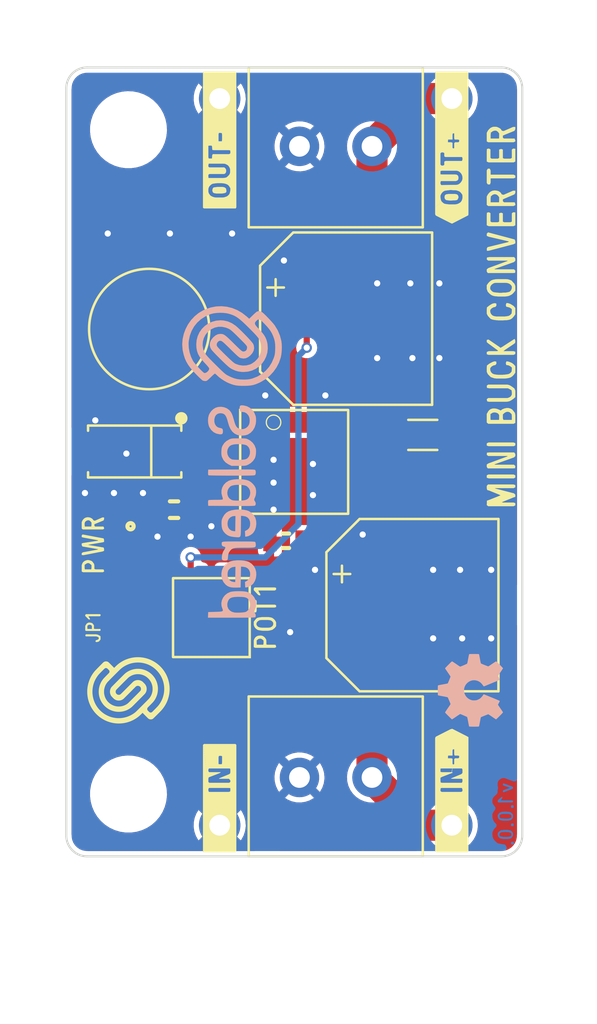
<source format=kicad_pcb>
(kicad_pcb (version 20210126) (generator pcbnew)
  (layers (0 "F.Cu" mixed) (31 "B.Cu" signal) (34 "B.Paste" user) (35 "F.Paste" user) (36 "B.SilkS" user "B.Silkscreen") (37 "F.SilkS" user "F.Silkscreen") (38 "B.Mask" user) (39 "F.Mask" user) (44 "Edge.Cuts" user))
  (net 0 "")
  (net 1 "GND")
  (net 2 "VIN")
  (net 3 "Net-(C2-Pad2)")
  (net 4 "VOUT")
  (net 5 "Net-(D1-Pad2)")
  (net 6 "Net-(R1-Pad2)")
  (net 7 "Net-(R2-Pad2)")
  (net 9 "Net-(D2-Pad1)")
  (net 10 "Net-(JP1-Pad2)")
  (footprint "Soldered Graphics:Logo-Back-OSH-3.5mm" (layer "F.Cu") (at 109.5 132 90)
    (fp_text reference "G***" hide)
    (fp_text value "LOGO" hide)
  )
  (footprint "e-radionica.com footprinti:HEADER_MALE_1X1" (layer "F.Cu") (at 97.4 138.5)
    (fp_text reference "K4")
    (fp_text value "HEADER_MALE_1X1")
    (pad "1" thru_hole circle (at 0 0) (size 2 2) (drill 1) (layers *.Cu *.Mask) (net 1 "GND"))
  )
  (footprint "e-radionica.com footprinti:CMLF0504-330KTT" (layer "F.Cu") (at 94 114.6 90)
    (fp_text reference "L1")
    (fp_text value "CMLF0504-330KTT")
    (pad "1" smd rect (at -2 0 180) (size 5.5 2.5) (layers "F.Cu" "F.Paste" "F.Mask") (net 5 "Net-(D1-Pad2)"))
    (pad "2" smd rect (at 2 0 180) (size 5.5 2.5) (layers "F.Cu" "F.Paste" "F.Mask") (net 4 "VOUT"))
  )
  (footprint "buzzardLabel" (layer "F.Cu") (at 91.3 129 90)
    (fp_text reference "" (at 0 0 90) (layer "F.SilkS") (effects (font (size 1.27 1.27))))
    (fp_text value "" (at 0 0 90) (layer "F.SilkS") (effects (font (size 1.27 1.27))))
  )
  (footprint "e-radionica.com footprinti:ELECTROLITIC_CAP_8x8x14.5" (layer "F.Cu") (at 103.5 114.1)
    (fp_text reference "C3")
    (fp_text value "VKMD1451K101MV")
    (pad "1" smd rect (at -3.3 0 90) (size 1.2 3.4) (layers "F.Cu" "F.Paste" "F.Mask") (net 4 "VOUT"))
    (pad "2" smd rect (at 3.3 0 90) (size 1.2 3.4) (layers "F.Cu" "F.Paste" "F.Mask") (net 1 "GND"))
  )
  (footprint "Soldered Graphics:Logo-Front-Soldered-4mm" (layer "F.Cu") (at 93 132 90)
    (fp_text reference "G***" hide)
    (fp_text value "LOGO" hide)
  )
  (footprint "e-radionica.com footprinti:0402LED" (layer "F.Cu") (at 92.5 125 90)
    (fp_text reference "D2")
    (fp_text value "purple")
    (pad "1" smd rect (at -0.55 0 180) (size 0.75 0.45) (layers "F.Cu" "F.Paste" "F.Mask") (net 9 "Net-(D2-Pad1)"))
    (pad "2" smd rect (at 0.55 0 180) (size 0.75 0.45) (layers "F.Cu" "F.Paste" "F.Mask") (net 1 "GND"))
  )
  (footprint "buzzardLabel" (layer "F.Cu") (at 108.6 140.2 90)
    (fp_text reference "" (at 0 0 90) (layer "F.SilkS") (effects (font (size 1.27 1.27))))
    (fp_text value "" (at 0 0 90) (layer "F.SilkS") (effects (font (size 1.27 1.27))))
  )
  (footprint "e-radionica.com footprinti:1206R" (layer "F.Cu") (at 107.2 119.7 180)
    (fp_text reference "R1")
    (fp_text value "KDV12FR150ET")
    (pad "1" smd rect (at -1.525 0 180) (size 1.1 1.8) (layers "F.Cu" "F.Paste" "F.Mask") (net 2 "VIN"))
    (pad "2" smd rect (at 1.525 0 180) (size 1.1 1.8) (layers "F.Cu" "F.Paste" "F.Mask") (net 6 "Net-(R1-Pad2)"))
  )
  (footprint "e-radionica.com footprinti:HEADER_MALE_1X1" (layer "F.Cu") (at 108.6 138.5)
    (fp_text reference "K3")
    (fp_text value "HEADER_MALE_1X1")
    (pad "1" thru_hole circle (at 0 0) (size 2 2) (drill 1) (layers *.Cu *.Mask) (net 2 "VIN"))
  )
  (footprint "buzzardLabel" (layer "F.Cu") (at 108.6 101.8 90)
    (fp_text reference "" (at 0 0 90) (layer "F.SilkS") (effects (font (size 1.27 1.27))))
    (fp_text value "" (at 0 0 90) (layer "F.SilkS") (effects (font (size 1.27 1.27))))
  )
  (footprint "buzzardLabel" (layer "F.Cu") (at 97.4 101.8 90)
    (fp_text reference "" (at 0 0 90) (layer "F.SilkS") (effects (font (size 1.27 1.27))))
    (fp_text value "" (at 0 0 90) (layer "F.SilkS") (effects (font (size 1.27 1.27))))
  )
  (footprint "buzzardLabel" (layer "F.Cu") (at 91.3 125 90)
    (fp_text reference "" (at 0 0 90) (layer "F.SilkS") (effects (font (size 1.27 1.27))))
    (fp_text value "" (at 0 0 90) (layer "F.SilkS") (effects (font (size 1.27 1.27))))
  )
  (footprint "e-radionica.com footprinti:2P_TERMINAL_3.5MM" (layer "F.Cu") (at 103 105.8 180)
    (fp_text reference "K2")
    (fp_text value "2P_TERMINAL_3.5MM")
    (pad "1" thru_hole circle (at -1.75 0 180) (size 1.9 1.9) (drill 1) (layers *.Cu *.Mask) (net 4 "VOUT"))
    (pad "2" thru_hole circle (at 1.75 0 180) (size 1.9 1.9) (drill 1) (layers *.Cu *.Mask) (net 1 "GND"))
  )
  (footprint "Soldered Graphics:Logo-Back-SolderedFULL-15mm" (layer "F.Cu") (at 98 121 90)
    (fp_text reference "REF**" hide)
    (fp_text value "Logo-Front-SolderedFULL-15mm" hide)
  )
  (footprint "e-radionica.com footprinti:FIDUCIAL_1MM_PASTE" (layer "F.Cu") (at 99.7 139)
    (fp_text reference "FD1")
    (fp_text value "Fiducial_Stencil")
    (pad "1" smd circle (at 0 0) (size 1 1) (property pad_prop_fiducial_glob) (layers "F.Cu" "F.Paste" "F.Mask"))
  )
  (footprint "e-radionica.com footprinti:HEADER_MALE_1X1" (layer "F.Cu") (at 97.4 103.5)
    (fp_text reference "K6")
    (fp_text value "HEADER_MALE_1X1")
    (pad "1" thru_hole circle (at 0 0) (size 2 2) (drill 1) (layers *.Cu *.Mask) (net 1 "GND"))
  )
  (footprint "buzzardLabel" (layer "F.Cu") (at 99.6 128.5 90)
    (fp_text reference "" (at 0 0 90) (layer "F.SilkS") (effects (font (size 1.27 1.27))))
    (fp_text value "" (at 0 0 90) (layer "F.SilkS") (effects (font (size 1.27 1.27))))
  )
  (footprint "e-radionica.com footprinti:SMA_DIODE" (layer "F.Cu") (at 93.3 120.5)
    (fp_text reference "D1")
    (fp_text value "SS36A")
    (pad "1" smd rect (at -1.95 0 90) (size 1.7 1.5) (layers "F.Cu" "F.Paste" "F.Mask") (net 1 "GND"))
    (pad "2" smd rect (at 1.95 0 90) (size 1.7 1.5) (layers "F.Cu" "F.Paste" "F.Mask") (net 5 "Net-(D1-Pad2)"))
  )
  (footprint "buzzardLabel" (layer "F.Cu") (at 111 114 90)
    (fp_text reference "" (at 0 0 90) (layer "F.SilkS") (effects (font (size 1.27 1.27))))
    (fp_text value "" (at 0 0 90) (layer "F.SilkS") (effects (font (size 1.27 1.27))))
  )
  (footprint "e-radionica.com footprinti:0603R" (layer "F.Cu") (at 100.6 124.8)
    (fp_text reference "R2")
    (fp_text value "3.3k")
    (pad "1" smd rect (at -0.775 0 90) (size 1 0.64) (layers "F.Cu" "F.Paste" "F.Mask") (net 1 "GND"))
    (pad "2" smd rect (at 0.775 0 90) (size 1 0.64) (layers "F.Cu" "F.Paste" "F.Mask") (net 7 "Net-(R2-Pad2)"))
  )
  (footprint "e-radionica.com footprinti:tc33x-2-103e" (layer "F.Cu") (at 97 128.5 180)
    (fp_text reference "R3")
    (fp_text value "tc33x-2-104e")
    (pad "1" smd rect (at -1 1.8 180) (size 1.2 1.2) (layers "F.Cu" "F.Paste" "F.Mask"))
    (pad "2" smd rect (at 0 -1.45 180) (size 1.6 1.5) (layers "F.Cu" "F.Paste" "F.Mask") (net 7 "Net-(R2-Pad2)"))
    (pad "3" smd rect (at 1 1.8 180) (size 1.2 1.2) (layers "F.Cu" "F.Paste" "F.Mask") (net 4 "VOUT"))
  )
  (footprint "e-radionica.com footprinti:2P_TERMINAL_3.5MM" (layer "F.Cu") (at 103 136.2)
    (fp_text reference "K1")
    (fp_text value "2P_TERMINAL_3.5MM")
    (pad "1" thru_hole circle (at -1.75 0) (size 1.9 1.9) (drill 1) (layers *.Cu *.Mask) (net 1 "GND"))
    (pad "2" thru_hole circle (at 1.75 0) (size 1.9 1.9) (drill 1) (layers *.Cu *.Mask) (net 2 "VIN"))
  )
  (footprint "e-radionica.com footprinti:SOIC−8" (layer "F.Cu") (at 101 121)
    (fp_text reference "U1")
    (fp_text value "MC34063ADR")
    (pad "1" smd rect (at -2.7 -1.905) (size 1.55 0.6) (layers "F.Cu" "F.Paste" "F.Mask") (net 6 "Net-(R1-Pad2)"))
    (pad "2" smd rect (at -2.6 -0.635) (size 1.55 0.6) (layers "F.Cu" "F.Paste" "F.Mask") (net 5 "Net-(D1-Pad2)"))
    (pad "3" smd rect (at -2.6 0.635) (size 1.55 0.6) (layers "F.Cu" "F.Paste" "F.Mask") (net 3 "Net-(C2-Pad2)"))
    (pad "4" smd rect (at -2.6 1.905) (size 1.55 0.6) (layers "F.Cu" "F.Paste" "F.Mask") (net 1 "GND"))
    (pad "5" smd rect (at 2.6 1.905) (size 1.55 0.6) (layers "F.Cu" "F.Paste" "F.Mask") (net 7 "Net-(R2-Pad2)"))
    (pad "6" smd rect (at 2.6 0.635) (size 1.55 0.6) (layers "F.Cu" "F.Paste" "F.Mask") (net 2 "VIN"))
    (pad "7" smd rect (at 2.6 -0.635) (size 1.55 0.6) (layers "F.Cu" "F.Paste" "F.Mask") (net 6 "Net-(R1-Pad2)"))
    (pad "8" smd rect (at 2.6 -1.905) (size 1.55 0.6) (layers "F.Cu" "F.Paste" "F.Mask") (net 6 "Net-(R1-Pad2)"))
  )
  (footprint "buzzardLabel" (layer "F.Cu") (at 97.4 140.2 90)
    (fp_text reference "" (at 0 0 90) (layer "F.SilkS") (effects (font (size 1.27 1.27))))
    (fp_text value "" (at 0 0 90) (layer "F.SilkS") (effects (font (size 1.27 1.27))))
  )
  (footprint "e-radionica.com footprinti:HEADER_MALE_1X1" (layer "F.Cu") (at 108.6 103.5)
    (fp_text reference "K5")
    (fp_text value "HEADER_MALE_1X1")
    (pad "1" thru_hole circle (at 0 0) (size 2 2) (drill 1) (layers *.Cu *.Mask) (net 4 "VOUT"))
  )
  (footprint "e-radionica.com footprinti:SMD-JUMPER-CONNECTED_TRACE_NOSLODERMASK" (layer "F.Cu") (at 92.5 129 90)
    (fp_text reference "JP1")
    (fp_text value "SMD-JUMPER-CONNECTED_TRACE_NOSLODERMASK")
    (fp_poly (pts (xy 0.1 0.1) (xy -0.1 0.1) (xy -0.1 -0.1) (xy 0.1 -0.1)) (layer "F.Cu") (width 0.1) (fill solid))
    (pad "1" smd rect (at -0.35 0 90) (size 0.5 1) (layers "F.Cu") (net 4 "VOUT"))
    (pad "2" smd rect (at 0.35 0 90) (size 0.5 1) (layers "F.Cu") (net 10 "Net-(JP1-Pad2)"))
  )
  (footprint "e-radionica.com footprinti:0402R" (layer "F.Cu") (at 92.5 127 90)
    (fp_text reference "R4")
    (fp_text value "1k")
    (pad "1" smd rect (at -0.5 0 180) (size 0.64 0.54) (layers "F.Cu" "F.Paste" "F.Mask") (net 10 "Net-(JP1-Pad2)"))
    (pad "2" smd rect (at 0.5 0 180) (size 0.64 0.54) (layers "F.Cu" "F.Paste" "F.Mask") (net 9 "Net-(D2-Pad1)"))
  )
  (footprint "e-radionica.com footprinti:0603C" (layer "F.Cu") (at 95.2 123.3)
    (fp_text reference "C2")
    (fp_text value "470pF")
    (pad "1" smd rect (at -0.73 0) (size 0.66 1) (layers "F.Cu" "F.Paste" "F.Mask") (net 1 "GND"))
    (pad "2" smd rect (at 0.73 0) (size 0.66 1) (layers "F.Cu" "F.Paste" "F.Mask") (net 3 "Net-(C2-Pad2)"))
  )
  (footprint "e-radionica.com footprinti:ELECTROLITIC_CAP_8x8x14.5" (layer "F.Cu") (at 106.7 127.9)
    (fp_text reference "C1")
    (fp_text value "VKMD1451K101MV")
    (pad "1" smd rect (at -3.3 0 90) (size 1.2 3.4) (layers "F.Cu" "F.Paste" "F.Mask") (net 2 "VIN"))
    (pad "2" smd rect (at 3.3 0 90) (size 1.2 3.4) (layers "F.Cu" "F.Paste" "F.Mask") (net 1 "GND"))
  )
  (footprint "e-radionica.com footprinti:HOLE_3.2mm" (layer "F.Cu") (at 93 137)
    (fp_text reference "H1" hide)
    (fp_text value "HOLE_3.2mm" hide)
    (pad "" np_thru_hole circle (at 0 0) (size 3.2 3.2) (drill 3.2) (layers F&B.Cu *.Mask))
  )
  (footprint "e-radionica.com footprinti:HOLE_3.2mm" (layer "F.Cu") (at 93 105)
    (fp_text reference "H2" hide)
    (fp_text value "HOLE_3.2mm" hide)
    (pad "" np_thru_hole circle (at 0 0) (size 3.2 3.2) (drill 3.2) (layers F&B.Cu *.Mask))
  )
  (footprint "Soldered Graphics:Version1.0.0." (layer "B.Cu") (at 111.2 138 -90)
    (fp_text reference "" (at 0 0 -90) (layer "B.SilkS") (effects (font (size 1.27 1.27)) (justify mirror)))
    (fp_text value "" (at 0 0 -90) (layer "B.SilkS") (effects (font (size 1.27 1.27)) (justify mirror)))
    (fp_poly (pts (xy -0.67 -0.35) (xy -0.62 -0.35) (xy -0.6 -0.31) (xy -0.6 0.35) (xy -0.64 0.38) (xy -0.69 0.38) (xy -0.73 0.34) (xy -0.84 0.22) (xy -0.86 0.17) (xy -0.83 0.16) (xy -0.73 0.22) (xy -0.69 0.23) (xy -0.69 -0.31) (xy -0.67 -0.35)) (layer "B.Cu") (width 0.01) (fill solid))
    (fp_poly (pts (xy -0.44 -0.38) (xy -0.39 -0.38) (xy -0.34 -0.37) (xy -0.34 -0.33) (xy -0.34 -0.27) (xy -0.38 -0.26) (xy -0.43 -0.26) (xy -0.46 -0.29) (xy -0.46 -0.34) (xy -0.44 -0.38)) (layer "B.Cu") (width 0.01) (fill solid))
    (fp_poly (pts (xy -1.33 -0.35) (xy -1.27 -0.35) (xy -1.25 -0.31) (xy -1.09 0.1) (xy -1.11 0.13) (xy -1.16 0.13) (xy -1.19 0.1) (xy -1.28 -0.16) (xy -1.3 -0.21) (xy -1.32 -0.17) (xy -1.41 0.09) (xy -1.44 0.13) (xy -1.49 0.13) (xy -1.51 0.1) (xy -1.36 -0.31) (xy -1.33 -0.35)) (layer "B.Cu") (width 0.01) (fill solid))
    (fp_poly (pts (xy 0.06 -0.35) (xy 0.11 -0.35) (xy 0.17 -0.33) (xy 0.13 -0.28) (xy 0.03 -0.28) (xy -0.01 -0.25) (xy -0.03 -0.2) (xy -0.05 -0.15) (xy -0.05 -0.11) (xy -0.05 0.01) (xy -0.05 0.13) (xy -0.05 0.17) (xy -0.03 0.22) (xy -0.01 0.27) (xy 0.02 0.3) (xy 0.13 0.3) (xy 0.16 0.26) (xy 0.18 0.21) (xy 0.18 0.15) (xy 0.19 0.05) (xy 0.19 -0.08) (xy 0.19 -0.12) (xy 0.18 -0.17) (xy 0.16 -0.22) (xy 0.14 -0.27) (xy 0.14 -0.28) (xy 0.17 -0.32) (xy 0.21 -0.29) (xy 0.24 -0.26) (xy 0.26 -0.22) (xy 0.27 -0.16) (xy 0.28 -0.11) (xy 0.28 -0.06) (xy 0.28 0.06) (xy 0.28 0.12) (xy 0.27 0.17) (xy 0.26 0.22) (xy 0.25 0.27) (xy 0.22 0.3) (xy 0.19 0.34) (xy 0.13 0.37) (xy 0.08 0.38) (xy 0.02 0.38) (xy -0.03 0.35) (xy -0.08 0.31) (xy -0.1 0.28) (xy -0.12 0.23) (xy -0.14 0.18) (xy -0.14 0.13) (xy -0.15 0.08) (xy -0.15 -0.04) (xy -0.14 -0.1) (xy -0.14 -0.14) (xy -0.13 -0.2) (xy -0.11 -0.25) (xy -0.08 -0.28) (xy -0.05 -0.32) (xy 0.01 -0.35) (xy 0.06 -0.35)) (layer "B.Cu") (width 0.01) (fill solid))
    (fp_poly (pts (xy 1.31 -0.38) (xy 1.36 -0.38) (xy 1.41 -0.37) (xy 1.42 -0.33) (xy 1.42 -0.27) (xy 1.38 -0.26) (xy 1.33 -0.26) (xy 1.3 -0.29) (xy 1.3 -0.34) (xy 1.31 -0.38)) (layer "B.Cu") (width 0.01) (fill solid))
    (fp_poly (pts (xy 0.93 -0.35) (xy 0.99 -0.35) (xy 1.04 -0.33) (xy 1.01 -0.28) (xy 0.91 -0.28) (xy 0.87 -0.25) (xy 0.85 -0.2) (xy 0.83 -0.15) (xy 0.83 -0.11) (xy 0.82 0.01) (xy 0.83 0.13) (xy 0.83 0.17) (xy 0.84 0.22) (xy 0.87 0.27) (xy 0.9 0.3) (xy 1.01 0.3) (xy 1.04 0.26) (xy 1.05 0.21) (xy 1.06 0.15) (xy 1.07 0.05) (xy 1.07 -0.08) (xy 1.06 -0.12) (xy 1.06 -0.17) (xy 1.04 -0.22) (xy 1.02 -0.27) (xy 1.01 -0.28) (xy 1.05 -0.32) (xy 1.09 -0.29) (xy 1.12 -0.26) (xy 1.14 -0.22) (xy 1.15 -0.16) (xy 1.16 -0.11) (xy 1.16 -0.06) (xy 1.16 0.06) (xy 1.16 0.12) (xy 1.15 0.17) (xy 1.14 0.22) (xy 1.13 0.27) (xy 1.1 0.3) (xy 1.06 0.34) (xy 1.01 0.37) (xy 0.95 0.38) (xy 0.9 0.38) (xy 0.84 0.35) (xy 0.8 0.31) (xy 0.78 0.28) (xy 0.75 0.23) (xy 0.74 0.18) (xy 0.74 0.13) (xy 0.73 0.08) (xy 0.73 -0.04) (xy 0.73 -0.1) (xy 0.74 -0.14) (xy 0.75 -0.2) (xy 0.77 -0.25) (xy 0.79 -0.28) (xy 0.83 -0.32) (xy 0.89 -0.35) (xy 0.93 -0.35)) (layer "B.Cu") (width 0.01) (fill solid))
    (fp_poly (pts (xy 0.43 -0.38) (xy 0.48 -0.38) (xy 0.54 -0.37) (xy 0.54 -0.33) (xy 0.54 -0.27) (xy 0.5 -0.26) (xy 0.45 -0.26) (xy 0.42 -0.29) (xy 0.42 -0.34) (xy 0.43 -0.38)) (layer "B.Cu") (width 0.01) (fill solid))
  )
  (gr_line (start 91 140) (end 111 140) (layer "Edge.Cuts") (width 0.1))
  (gr_arc (start 111 139) (end 112 139) (angle 90) (layer "Edge.Cuts") (width 0.1))
  (gr_arc (start 111 103) (end 111 102) (angle 90) (layer "Edge.Cuts") (width 0.1))
  (gr_line (start 112 139) (end 112 103) (layer "Edge.Cuts") (width 0.1))
  (gr_arc (start 91 103) (end 91 102) (angle -90) (layer "Edge.Cuts") (width 0.1))
  (gr_line (start 111 102) (end 91 102) (layer "Edge.Cuts") (width 0.1))
  (gr_arc (start 91 139) (end 91 140) (angle 90) (layer "Edge.Cuts") (width 0.1))
  (gr_line (start 90 103) (end 90 139) (layer "Edge.Cuts") (width 0.1))
  (via (at 97 124.1) (size 0.5) (drill 0.3) (layers "F.Cu" "B.Cu") (net 1))
  (via (at 107.7 126.2) (size 0.5) (drill 0.3) (layers "F.Cu" "B.Cu") (net 1))
  (via (at 108 112.4) (size 0.5) (drill 0.3) (layers "F.Cu" "B.Cu") (net 1))
  (via (at 101.9 121.1) (size 0.5) (drill 0.3) (layers "F.Cu" "B.Cu") (net 1))
  (via (at 100 120.9) (size 0.5) (drill 0.3) (layers "F.Cu" "B.Cu") (net 1))
  (via (at 90.9 122.5) (size 0.5) (drill 0.3) (layers "F.Cu" "B.Cu") (net 1))
  (via (at 92.9 120.6) (size 0.5) (drill 0.3) (layers "F.Cu" "B.Cu") (net 1))
  (via (at 91.4 119) (size 0.5) (drill 0.3) (layers "F.Cu" "B.Cu") (net 1))
  (via (at 106.7 116) (size 0.5) (drill 0.3) (layers "F.Cu" "B.Cu") (net 1))
  (via (at 104.3 124.5) (size 0.5) (drill 0.3) (layers "F.Cu" "B.Cu") (net 1))
  (via (at 110.5 126.2) (size 0.5) (drill 0.3) (layers "F.Cu" "B.Cu") (net 1))
  (via (at 108 116) (size 0.5) (drill 0.3) (layers "F.Cu" "B.Cu") (net 1))
  (via (at 98 110) (size 0.5) (drill 0.3) (layers "F.Cu" "B.Cu") (net 1))
  (via (at 92 110) (size 0.5) (drill 0.3) (layers "F.Cu" "B.Cu") (net 1))
  (via (at 101.9 122.6) (size 0.5) (drill 0.3) (layers "F.Cu" "B.Cu") (net 1))
  (via (at 109 126.2) (size 0.5) (drill 0.3) (layers "F.Cu" "B.Cu") (net 1))
  (via (at 100 123.3) (size 0.5) (drill 0.3) (layers "F.Cu" "B.Cu") (net 1))
  (via (at 96 124.6) (size 0.5) (drill 0.3) (layers "F.Cu" "B.Cu") (net 1))
  (via (at 102.5 117.8) (size 0.5) (drill 0.3) (layers "F.Cu" "B.Cu") (net 1))
  (via (at 100.5 111.3) (size 0.5) (drill 0.3) (layers "F.Cu" "B.Cu") (net 1))
  (via (at 107.7 129.5) (size 0.5) (drill 0.3) (layers "F.Cu" "B.Cu") (net 1))
  (via (at 102 126.2) (size 0.5) (drill 0.3) (layers "F.Cu" "B.Cu") (net 1))
  (via (at 99.6 117.8) (size 0.5) (drill 0.3) (layers "F.Cu" "B.Cu") (net 1))
  (via (at 95 110) (size 0.5) (drill 0.3) (layers "F.Cu" "B.Cu") (net 1))
  (via (at 94.4 124.6) (size 0.5) (drill 0.3) (layers "F.Cu" "B.Cu") (net 1))
  (via (at 100.8 129.2) (size 0.5) (drill 0.3) (layers "F.Cu" "B.Cu") (net 1))
  (via (at 92.3 122.5) (size 0.5) (drill 0.3) (layers "F.Cu" "B.Cu") (net 1))
  (via (at 105 112.4) (size 0.5) (drill 0.3) (layers "F.Cu" "B.Cu") (net 1))
  (via (at 105 116) (size 0.5) (drill 0.3) (layers "F.Cu" "B.Cu") (net 1))
  (via (at 100 122) (size 0.5) (drill 0.3) (layers "F.Cu" "B.Cu") (net 1))
  (via (at 110.5 129.5) (size 0.5) (drill 0.3) (layers "F.Cu" "B.Cu") (net 1))
  (via (at 93.7 122.5) (size 0.5) (drill 0.3) (layers "F.Cu" "B.Cu") (net 1))
  (via (at 106.6 112.4) (size 0.5) (drill 0.3) (layers "F.Cu" "B.Cu") (net 1))
  (via (at 109.1 129.5) (size 0.5) (drill 0.3) (layers "F.Cu" "B.Cu") (net 1))
  (segment (start 106.4 124.9) (end 106.4 122.7) (width 1.25) (layer "F.Cu") (net 2))
  (segment (start 107.05 138.5) (end 104.75 136.2) (width 1.5) (layer "F.Cu") (net 2))
  (segment (start 103.4 127.9) (end 106.4 124.9) (width 1.25) (layer "F.Cu") (net 2))
  (segment (start 108.725 122.575) (end 108.725 119.7) (width 1.25) (layer "F.Cu") (net 2))
  (segment (start 106.4 122.7) (end 105.335 121.635) (width 1.25) (layer "F.Cu") (net 2))
  (segment (start 104.75 129.25) (end 103.4 127.9) (width 1.5) (layer "F.Cu") (net 2))
  (segment (start 105.335 121.635) (end 103.6 121.635) (width 1.25) (layer "F.Cu") (net 2))
  (segment (start 108.6 138.5) (end 107.05 138.5) (width 1.5) (layer "F.Cu") (net 2))
  (segment (start 106.4 124.9) (end 108.725 122.575) (width 1.25) (layer "F.Cu") (net 2))
  (segment (start 104.75 136.2) (end 104.75 129.25) (width 1.5) (layer "F.Cu") (net 2))
  (segment (start 97.265 121.635) (end 97.165 121.735) (width 0.25) (layer "F.Cu") (net 3))
  (segment (start 95.93 122.97) (end 95.93 123.3) (width 0.3) (layer "F.Cu") (net 3))
  (segment (start 97.165 121.735) (end 95.93 122.97) (width 0.3) (layer "F.Cu") (net 3))
  (segment (start 98.4 121.635) (end 97.265 121.635) (width 0.25) (layer "F.Cu") (net 3))
  (segment (start 96 127.5) (end 96 126.7) (width 0.254) (layer "F.Cu") (net 4))
  (segment (start 101.6 115.5) (end 101.5 115.5) (width 0.3) (layer "F.Cu") (net 4))
  (segment (start 94.15 129.35) (end 96 127.5) (width 0.254) (layer "F.Cu") (net 4))
  (segment (start 101.6 114.8) (end 101 114.2) (width 0.3) (layer "F.Cu") (net 4))
  (segment (start 101 114.2) (end 100.2 114.2) (width 0.3) (layer "F.Cu") (net 4))
  (segment (start 96 126.7) (end 96 125.6) (width 0.3) (layer "F.Cu") (net 4))
  (segment (start 98.7 112.6) (end 100.2 114.1) (width 1.5) (layer "F.Cu") (net 4))
  (segment (start 107.05 103.5) (end 104.75 105.8) (width 1.5) (layer "F.Cu") (net 4))
  (segment (start 104.75 105.8) (end 104.75 109.65) (width 1.5) (layer "F.Cu") (net 4))
  (segment (start 94 112.6) (end 98.7 112.6) (width 1.5) (layer "F.Cu") (net 4))
  (segment (start 101.6 115.5) (end 101.6 114.8) (width 0.3) (layer "F.Cu") (net 4))
  (segment (start 100.3 114.1) (end 100.2 114.1) (width 1.5) (layer "F.Cu") (net 4))
  (segment (start 92.5 129.35) (end 94.15 129.35) (width 0.254) (layer "F.Cu") (net 4))
  (segment (start 104.75 109.65) (end 100.3 114.1) (width 1.5) (layer "F.Cu") (net 4))
  (segment (start 104.75 109.65) (end 104.7 109.7) (width 1.5) (layer "F.Cu") (net 4))
  (segment (start 108.6 103.5) (end 107.05 103.5) (width 1.5) (layer "F.Cu") (net 4))
  (via (at 101.6 115.5) (size 0.5) (drill 0.3) (layers "F.Cu" "B.Cu") (net 4))
  (via (at 96 125.6) (size 0.5) (drill 0.3) (layers "F.Cu" "B.Cu") (net 4))
  (segment (start 101.6 115.5) (end 101.2 115.9) (width 0.3) (layer "B.Cu") (net 4))
  (segment (start 99.6 125.6) (end 96 125.6) (width 0.3) (layer "B.Cu") (net 4))
  (segment (start 101.2 115.9) (end 101.2 124) (width 0.3) (layer "B.Cu") (net 4))
  (segment (start 101.2 124) (end 99.6 125.6) (width 0.3) (layer "B.Cu") (net 4))
  (segment (start 95.285 120.465) (end 95.25 120.5) (width 1.25) (layer "F.Cu") (net 5))
  (segment (start 98.4 120.365) (end 95.385 120.365) (width 1) (layer "F.Cu") (net 5))
  (segment (start 95.25 120.5) (end 95.25 117.85) (width 1.25) (layer "F.Cu") (net 5))
  (segment (start 95.25 117.85) (end 94 116.6) (width 1.25) (layer "F.Cu") (net 5))
  (segment (start 95.385 120.365) (end 95.25 120.5) (width 1.2) (layer "F.Cu") (net 5))
  (segment (start 98.3 119.095) (end 103.6 119.095) (width 1) (layer "F.Cu") (net 6))
  (segment (start 101.705 124.8) (end 103.6 122.905) (width 0.3) (layer "F.Cu") (net 7))
  (segment (start 101.375 124.8) (end 101.375 125.725) (width 0.3) (layer "F.Cu") (net 7))
  (segment (start 101.375 125.725) (end 97.15 129.95) (width 0.3) (layer "F.Cu") (net 7))
  (segment (start 101.375 124.8) (end 101.705 124.8) (width 0.3) (layer "F.Cu") (net 7))
  (segment (start 97.15 129.95) (end 97 129.95) (width 0.3) (layer "F.Cu") (net 7))
  (segment (start 92.5 125.55) (end 92.5 126.5) (width 0.254) (layer "F.Cu") (net 9))
  (segment (start 92.5 127.5) (end 92.5 128.65) (width 0.254) (layer "F.Cu") (net 10))
  (zone (net 6) (net_name "Net-(R1-Pad2)") (layer "F.Cu") (priority 3) (connect_pads yes (clearance 0.254)) (min_thickness 0.254) (fill yes (thermal_gap 0.254) (thermal_bridge_width 0.254))
    (polygon (pts (xy 106.2 120.6) (xy 102.8 120.6) (xy 102.8 118.8) (xy 106.2 118.8)))
  )
  (zone (net 1) (net_name "GND") (layers F&B.Cu) (connect_pads (clearance 0.254)) (min_thickness 0.254) (fill yes (thermal_gap 0.254) (thermal_bridge_width 0.4))
    (polygon (pts (xy 112 140) (xy 90 140) (xy 90 102) (xy 112 102)))
  )
)
</source>
